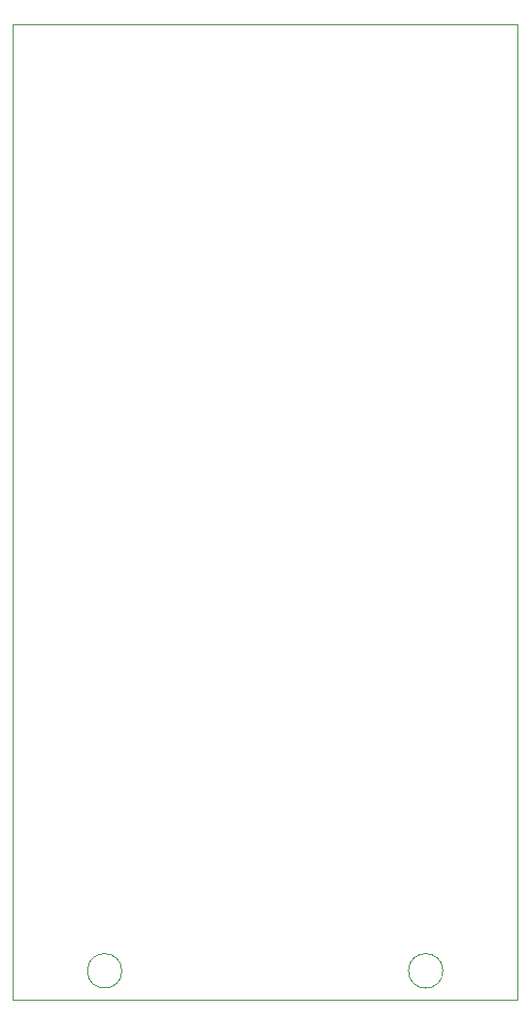
<source format=gbr>
G04 #@! TF.GenerationSoftware,KiCad,Pcbnew,(5.1.4)-1*
G04 #@! TF.CreationDate,2022-10-24T09:46:24-04:00*
G04 #@! TF.ProjectId,CR23 adapter,43523233-2061-4646-9170-7465722e6b69,rev?*
G04 #@! TF.SameCoordinates,Original*
G04 #@! TF.FileFunction,Profile,NP*
%FSLAX46Y46*%
G04 Gerber Fmt 4.6, Leading zero omitted, Abs format (unit mm)*
G04 Created by KiCad (PCBNEW (5.1.4)-1) date 2022-10-24 09:46:24*
%MOMM*%
%LPD*%
G04 APERTURE LIST*
%ADD10C,0.050000*%
G04 APERTURE END LIST*
D10*
X77076540Y-129400000D02*
X77076540Y-119470000D01*
X121076540Y-129400000D02*
X121076540Y-119470000D01*
X121076540Y-129400000D02*
X77076540Y-129400000D01*
X121076540Y-44470000D02*
X121076540Y-119470000D01*
X99076540Y-44470000D02*
X121076540Y-44470000D01*
X77076540Y-44470000D02*
X77076540Y-119470000D01*
X99076540Y-44470000D02*
X77076540Y-44470000D01*
X86576540Y-126920000D02*
G75*
G03X86576540Y-126920000I-1500000J0D01*
G01*
X114576540Y-126920000D02*
G75*
G03X114576540Y-126920000I-1500000J0D01*
G01*
M02*

</source>
